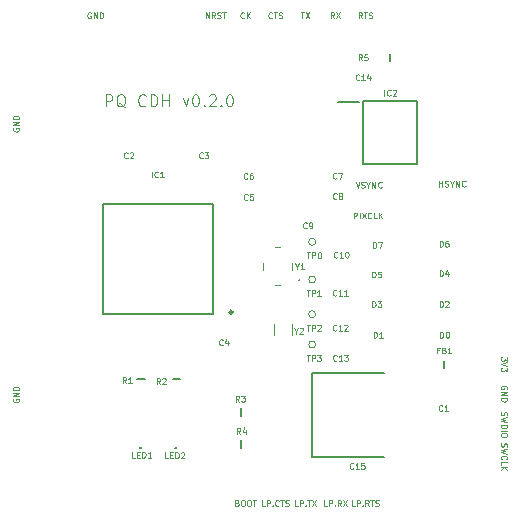
<source format=gbr>
%TF.GenerationSoftware,KiCad,Pcbnew,(6.0.5)*%
%TF.CreationDate,2022-06-16T15:32:05-04:00*%
%TF.ProjectId,pq-cdh,70712d63-6468-42e6-9b69-6361645f7063,V0.2.0*%
%TF.SameCoordinates,Original*%
%TF.FileFunction,Legend,Top*%
%TF.FilePolarity,Positive*%
%FSLAX46Y46*%
G04 Gerber Fmt 4.6, Leading zero omitted, Abs format (unit mm)*
G04 Created by KiCad (PCBNEW (6.0.5)) date 2022-06-16 15:32:05*
%MOMM*%
%LPD*%
G01*
G04 APERTURE LIST*
%ADD10C,0.100000*%
%ADD11C,0.117300*%
%ADD12C,0.125000*%
%ADD13C,0.200000*%
%ADD14C,0.050000*%
%ADD15C,0.250000*%
G04 APERTURE END LIST*
D10*
X153051428Y-128614285D02*
X153122857Y-128638095D01*
X153146666Y-128661904D01*
X153170476Y-128709523D01*
X153170476Y-128780952D01*
X153146666Y-128828571D01*
X153122857Y-128852380D01*
X153075238Y-128876190D01*
X152884761Y-128876190D01*
X152884761Y-128376190D01*
X153051428Y-128376190D01*
X153099047Y-128400000D01*
X153122857Y-128423809D01*
X153146666Y-128471428D01*
X153146666Y-128519047D01*
X153122857Y-128566666D01*
X153099047Y-128590476D01*
X153051428Y-128614285D01*
X152884761Y-128614285D01*
X153480000Y-128376190D02*
X153575238Y-128376190D01*
X153622857Y-128400000D01*
X153670476Y-128447619D01*
X153694285Y-128542857D01*
X153694285Y-128709523D01*
X153670476Y-128804761D01*
X153622857Y-128852380D01*
X153575238Y-128876190D01*
X153480000Y-128876190D01*
X153432380Y-128852380D01*
X153384761Y-128804761D01*
X153360952Y-128709523D01*
X153360952Y-128542857D01*
X153384761Y-128447619D01*
X153432380Y-128400000D01*
X153480000Y-128376190D01*
X154003809Y-128376190D02*
X154099047Y-128376190D01*
X154146666Y-128400000D01*
X154194285Y-128447619D01*
X154218095Y-128542857D01*
X154218095Y-128709523D01*
X154194285Y-128804761D01*
X154146666Y-128852380D01*
X154099047Y-128876190D01*
X154003809Y-128876190D01*
X153956190Y-128852380D01*
X153908571Y-128804761D01*
X153884761Y-128709523D01*
X153884761Y-128542857D01*
X153908571Y-128447619D01*
X153956190Y-128400000D01*
X154003809Y-128376190D01*
X154360952Y-128376190D02*
X154646666Y-128376190D01*
X154503809Y-128876190D02*
X154503809Y-128376190D01*
X162909523Y-104526190D02*
X162909523Y-104026190D01*
X163100000Y-104026190D01*
X163147619Y-104050000D01*
X163171428Y-104073809D01*
X163195238Y-104121428D01*
X163195238Y-104192857D01*
X163171428Y-104240476D01*
X163147619Y-104264285D01*
X163100000Y-104288095D01*
X162909523Y-104288095D01*
X163409523Y-104526190D02*
X163409523Y-104026190D01*
X163600000Y-104026190D02*
X163933333Y-104526190D01*
X163933333Y-104026190D02*
X163600000Y-104526190D01*
X164409523Y-104478571D02*
X164385714Y-104502380D01*
X164314285Y-104526190D01*
X164266666Y-104526190D01*
X164195238Y-104502380D01*
X164147619Y-104454761D01*
X164123809Y-104407142D01*
X164100000Y-104311904D01*
X164100000Y-104240476D01*
X164123809Y-104145238D01*
X164147619Y-104097619D01*
X164195238Y-104050000D01*
X164266666Y-104026190D01*
X164314285Y-104026190D01*
X164385714Y-104050000D01*
X164409523Y-104073809D01*
X164861904Y-104526190D02*
X164623809Y-104526190D01*
X164623809Y-104026190D01*
X165028571Y-104526190D02*
X165028571Y-104026190D01*
X165314285Y-104526190D02*
X165100000Y-104240476D01*
X165314285Y-104026190D02*
X165028571Y-104311904D01*
X140649047Y-87100000D02*
X140601428Y-87076190D01*
X140530000Y-87076190D01*
X140458571Y-87100000D01*
X140410952Y-87147619D01*
X140387142Y-87195238D01*
X140363333Y-87290476D01*
X140363333Y-87361904D01*
X140387142Y-87457142D01*
X140410952Y-87504761D01*
X140458571Y-87552380D01*
X140530000Y-87576190D01*
X140577619Y-87576190D01*
X140649047Y-87552380D01*
X140672857Y-87528571D01*
X140672857Y-87361904D01*
X140577619Y-87361904D01*
X140887142Y-87576190D02*
X140887142Y-87076190D01*
X141172857Y-87576190D01*
X141172857Y-87076190D01*
X141410952Y-87576190D02*
X141410952Y-87076190D01*
X141530000Y-87076190D01*
X141601428Y-87100000D01*
X141649047Y-87147619D01*
X141672857Y-87195238D01*
X141696666Y-87290476D01*
X141696666Y-87361904D01*
X141672857Y-87457142D01*
X141649047Y-87504761D01*
X141601428Y-87552380D01*
X141530000Y-87576190D01*
X141410952Y-87576190D01*
X144390476Y-124776190D02*
X144152380Y-124776190D01*
X144152380Y-124276190D01*
X144557142Y-124514285D02*
X144723809Y-124514285D01*
X144795238Y-124776190D02*
X144557142Y-124776190D01*
X144557142Y-124276190D01*
X144795238Y-124276190D01*
X145009523Y-124776190D02*
X145009523Y-124276190D01*
X145128571Y-124276190D01*
X145200000Y-124300000D01*
X145247619Y-124347619D01*
X145271428Y-124395238D01*
X145295238Y-124490476D01*
X145295238Y-124561904D01*
X145271428Y-124657142D01*
X145247619Y-124704761D01*
X145200000Y-124752380D01*
X145128571Y-124776190D01*
X145009523Y-124776190D01*
X145771428Y-124776190D02*
X145485714Y-124776190D01*
X145628571Y-124776190D02*
X145628571Y-124276190D01*
X145580952Y-124347619D01*
X145533333Y-124395238D01*
X145485714Y-124419047D01*
D11*
X170230952Y-114626190D02*
X170230952Y-114126190D01*
X170350000Y-114126190D01*
X170421428Y-114150000D01*
X170469047Y-114197619D01*
X170492857Y-114245238D01*
X170516666Y-114340476D01*
X170516666Y-114411904D01*
X170492857Y-114507142D01*
X170469047Y-114554761D01*
X170421428Y-114602380D01*
X170350000Y-114626190D01*
X170230952Y-114626190D01*
X170826190Y-114126190D02*
X170873809Y-114126190D01*
X170921428Y-114150000D01*
X170945238Y-114173809D01*
X170969047Y-114221428D01*
X170992857Y-114316666D01*
X170992857Y-114435714D01*
X170969047Y-114530952D01*
X170945238Y-114578571D01*
X170921428Y-114602380D01*
X170873809Y-114626190D01*
X170826190Y-114626190D01*
X170778571Y-114602380D01*
X170754761Y-114578571D01*
X170730952Y-114530952D01*
X170707142Y-114435714D01*
X170707142Y-114316666D01*
X170730952Y-114221428D01*
X170754761Y-114173809D01*
X170778571Y-114150000D01*
X170826190Y-114126190D01*
D10*
X164590952Y-114626190D02*
X164590952Y-114126190D01*
X164710000Y-114126190D01*
X164781428Y-114150000D01*
X164829047Y-114197619D01*
X164852857Y-114245238D01*
X164876666Y-114340476D01*
X164876666Y-114411904D01*
X164852857Y-114507142D01*
X164829047Y-114554761D01*
X164781428Y-114602380D01*
X164710000Y-114626190D01*
X164590952Y-114626190D01*
X165352857Y-114626190D02*
X165067142Y-114626190D01*
X165210000Y-114626190D02*
X165210000Y-114126190D01*
X165162380Y-114197619D01*
X165114761Y-114245238D01*
X165067142Y-114269047D01*
X175883809Y-116270952D02*
X175883809Y-116580476D01*
X175693333Y-116413809D01*
X175693333Y-116485238D01*
X175669523Y-116532857D01*
X175645714Y-116556666D01*
X175598095Y-116580476D01*
X175479047Y-116580476D01*
X175431428Y-116556666D01*
X175407619Y-116532857D01*
X175383809Y-116485238D01*
X175383809Y-116342380D01*
X175407619Y-116294761D01*
X175431428Y-116270952D01*
X175883809Y-116723333D02*
X175383809Y-116890000D01*
X175883809Y-117056666D01*
X175883809Y-117175714D02*
X175883809Y-117485238D01*
X175693333Y-117318571D01*
X175693333Y-117390000D01*
X175669523Y-117437619D01*
X175645714Y-117461428D01*
X175598095Y-117485238D01*
X175479047Y-117485238D01*
X175431428Y-117461428D01*
X175407619Y-117437619D01*
X175383809Y-117390000D01*
X175383809Y-117247142D01*
X175407619Y-117199523D01*
X175431428Y-117175714D01*
X162878571Y-125678571D02*
X162854761Y-125702380D01*
X162783333Y-125726190D01*
X162735714Y-125726190D01*
X162664285Y-125702380D01*
X162616666Y-125654761D01*
X162592857Y-125607142D01*
X162569047Y-125511904D01*
X162569047Y-125440476D01*
X162592857Y-125345238D01*
X162616666Y-125297619D01*
X162664285Y-125250000D01*
X162735714Y-125226190D01*
X162783333Y-125226190D01*
X162854761Y-125250000D01*
X162878571Y-125273809D01*
X163354761Y-125726190D02*
X163069047Y-125726190D01*
X163211904Y-125726190D02*
X163211904Y-125226190D01*
X163164285Y-125297619D01*
X163116666Y-125345238D01*
X163069047Y-125369047D01*
X163807142Y-125226190D02*
X163569047Y-125226190D01*
X163545238Y-125464285D01*
X163569047Y-125440476D01*
X163616666Y-125416666D01*
X163735714Y-125416666D01*
X163783333Y-125440476D01*
X163807142Y-125464285D01*
X163830952Y-125511904D01*
X163830952Y-125630952D01*
X163807142Y-125678571D01*
X163783333Y-125702380D01*
X163735714Y-125726190D01*
X163616666Y-125726190D01*
X163569047Y-125702380D01*
X163545238Y-125678571D01*
X158021904Y-114043095D02*
X158021904Y-114281190D01*
X157855238Y-113781190D02*
X158021904Y-114043095D01*
X158188571Y-113781190D01*
X158331428Y-113828809D02*
X158355238Y-113805000D01*
X158402857Y-113781190D01*
X158521904Y-113781190D01*
X158569523Y-113805000D01*
X158593333Y-113828809D01*
X158617142Y-113876428D01*
X158617142Y-113924047D01*
X158593333Y-113995476D01*
X158307619Y-114281190D01*
X158617142Y-114281190D01*
X163616666Y-91126190D02*
X163450000Y-90888095D01*
X163330952Y-91126190D02*
X163330952Y-90626190D01*
X163521428Y-90626190D01*
X163569047Y-90650000D01*
X163592857Y-90673809D01*
X163616666Y-90721428D01*
X163616666Y-90792857D01*
X163592857Y-90840476D01*
X163569047Y-90864285D01*
X163521428Y-90888095D01*
X163330952Y-90888095D01*
X164069047Y-90626190D02*
X163830952Y-90626190D01*
X163807142Y-90864285D01*
X163830952Y-90840476D01*
X163878571Y-90816666D01*
X163997619Y-90816666D01*
X164045238Y-90840476D01*
X164069047Y-90864285D01*
X164092857Y-90911904D01*
X164092857Y-91030952D01*
X164069047Y-91078571D01*
X164045238Y-91102380D01*
X163997619Y-91126190D01*
X163878571Y-91126190D01*
X163830952Y-91102380D01*
X163807142Y-91078571D01*
X158167142Y-128876190D02*
X157929047Y-128876190D01*
X157929047Y-128376190D01*
X158333809Y-128876190D02*
X158333809Y-128376190D01*
X158524285Y-128376190D01*
X158571904Y-128400000D01*
X158595714Y-128423809D01*
X158619523Y-128471428D01*
X158619523Y-128542857D01*
X158595714Y-128590476D01*
X158571904Y-128614285D01*
X158524285Y-128638095D01*
X158333809Y-128638095D01*
X158833809Y-128828571D02*
X158857619Y-128852380D01*
X158833809Y-128876190D01*
X158810000Y-128852380D01*
X158833809Y-128828571D01*
X158833809Y-128876190D01*
X159000476Y-128376190D02*
X159286190Y-128376190D01*
X159143333Y-128876190D02*
X159143333Y-128376190D01*
X159405238Y-128376190D02*
X159738571Y-128876190D01*
X159738571Y-128376190D02*
X159405238Y-128876190D01*
X134090000Y-119820952D02*
X134066190Y-119868571D01*
X134066190Y-119940000D01*
X134090000Y-120011428D01*
X134137619Y-120059047D01*
X134185238Y-120082857D01*
X134280476Y-120106666D01*
X134351904Y-120106666D01*
X134447142Y-120082857D01*
X134494761Y-120059047D01*
X134542380Y-120011428D01*
X134566190Y-119940000D01*
X134566190Y-119892380D01*
X134542380Y-119820952D01*
X134518571Y-119797142D01*
X134351904Y-119797142D01*
X134351904Y-119892380D01*
X134566190Y-119582857D02*
X134066190Y-119582857D01*
X134566190Y-119297142D01*
X134066190Y-119297142D01*
X134566190Y-119059047D02*
X134066190Y-119059047D01*
X134066190Y-118940000D01*
X134090000Y-118868571D01*
X134137619Y-118820952D01*
X134185238Y-118797142D01*
X134280476Y-118773333D01*
X134351904Y-118773333D01*
X134447142Y-118797142D01*
X134494761Y-118820952D01*
X134542380Y-118868571D01*
X134566190Y-118940000D01*
X134566190Y-119059047D01*
X163616190Y-87576190D02*
X163449523Y-87338095D01*
X163330476Y-87576190D02*
X163330476Y-87076190D01*
X163520952Y-87076190D01*
X163568571Y-87100000D01*
X163592380Y-87123809D01*
X163616190Y-87171428D01*
X163616190Y-87242857D01*
X163592380Y-87290476D01*
X163568571Y-87314285D01*
X163520952Y-87338095D01*
X163330476Y-87338095D01*
X163759047Y-87076190D02*
X164044761Y-87076190D01*
X163901904Y-87576190D02*
X163901904Y-87076190D01*
X164187619Y-87552380D02*
X164259047Y-87576190D01*
X164378095Y-87576190D01*
X164425714Y-87552380D01*
X164449523Y-87528571D01*
X164473333Y-87480952D01*
X164473333Y-87433333D01*
X164449523Y-87385714D01*
X164425714Y-87361904D01*
X164378095Y-87338095D01*
X164282857Y-87314285D01*
X164235238Y-87290476D01*
X164211428Y-87266666D01*
X164187619Y-87219047D01*
X164187619Y-87171428D01*
X164211428Y-87123809D01*
X164235238Y-87100000D01*
X164282857Y-87076190D01*
X164401904Y-87076190D01*
X164473333Y-87100000D01*
X160647619Y-128876190D02*
X160409523Y-128876190D01*
X160409523Y-128376190D01*
X160814285Y-128876190D02*
X160814285Y-128376190D01*
X161004761Y-128376190D01*
X161052380Y-128400000D01*
X161076190Y-128423809D01*
X161100000Y-128471428D01*
X161100000Y-128542857D01*
X161076190Y-128590476D01*
X161052380Y-128614285D01*
X161004761Y-128638095D01*
X160814285Y-128638095D01*
X161314285Y-128828571D02*
X161338095Y-128852380D01*
X161314285Y-128876190D01*
X161290476Y-128852380D01*
X161314285Y-128828571D01*
X161314285Y-128876190D01*
X161838095Y-128876190D02*
X161671428Y-128638095D01*
X161552380Y-128876190D02*
X161552380Y-128376190D01*
X161742857Y-128376190D01*
X161790476Y-128400000D01*
X161814285Y-128423809D01*
X161838095Y-128471428D01*
X161838095Y-128542857D01*
X161814285Y-128590476D01*
X161790476Y-128614285D01*
X161742857Y-128638095D01*
X161552380Y-128638095D01*
X162004761Y-128376190D02*
X162338095Y-128876190D01*
X162338095Y-128376190D02*
X162004761Y-128876190D01*
X170143333Y-115694285D02*
X169976666Y-115694285D01*
X169976666Y-115956190D02*
X169976666Y-115456190D01*
X170214761Y-115456190D01*
X170571904Y-115694285D02*
X170643333Y-115718095D01*
X170667142Y-115741904D01*
X170690952Y-115789523D01*
X170690952Y-115860952D01*
X170667142Y-115908571D01*
X170643333Y-115932380D01*
X170595714Y-115956190D01*
X170405238Y-115956190D01*
X170405238Y-115456190D01*
X170571904Y-115456190D01*
X170619523Y-115480000D01*
X170643333Y-115503809D01*
X170667142Y-115551428D01*
X170667142Y-115599047D01*
X170643333Y-115646666D01*
X170619523Y-115670476D01*
X170571904Y-115694285D01*
X170405238Y-115694285D01*
X171167142Y-115956190D02*
X170881428Y-115956190D01*
X171024285Y-115956190D02*
X171024285Y-115456190D01*
X170976666Y-115527619D01*
X170929047Y-115575238D01*
X170881428Y-115599047D01*
X170426666Y-120778571D02*
X170402857Y-120802380D01*
X170331428Y-120826190D01*
X170283809Y-120826190D01*
X170212380Y-120802380D01*
X170164761Y-120754761D01*
X170140952Y-120707142D01*
X170117142Y-120611904D01*
X170117142Y-120540476D01*
X170140952Y-120445238D01*
X170164761Y-120397619D01*
X170212380Y-120350000D01*
X170283809Y-120326190D01*
X170331428Y-120326190D01*
X170402857Y-120350000D01*
X170426666Y-120373809D01*
X170902857Y-120826190D02*
X170617142Y-120826190D01*
X170760000Y-120826190D02*
X170760000Y-120326190D01*
X170712380Y-120397619D01*
X170664761Y-120445238D01*
X170617142Y-120469047D01*
X153906666Y-101128571D02*
X153882857Y-101152380D01*
X153811428Y-101176190D01*
X153763809Y-101176190D01*
X153692380Y-101152380D01*
X153644761Y-101104761D01*
X153620952Y-101057142D01*
X153597142Y-100961904D01*
X153597142Y-100890476D01*
X153620952Y-100795238D01*
X153644761Y-100747619D01*
X153692380Y-100700000D01*
X153763809Y-100676190D01*
X153811428Y-100676190D01*
X153882857Y-100700000D01*
X153906666Y-100723809D01*
X154335238Y-100676190D02*
X154240000Y-100676190D01*
X154192380Y-100700000D01*
X154168571Y-100723809D01*
X154120952Y-100795238D01*
X154097142Y-100890476D01*
X154097142Y-101080952D01*
X154120952Y-101128571D01*
X154144761Y-101152380D01*
X154192380Y-101176190D01*
X154287619Y-101176190D01*
X154335238Y-101152380D01*
X154359047Y-101128571D01*
X154382857Y-101080952D01*
X154382857Y-100961904D01*
X154359047Y-100914285D01*
X154335238Y-100890476D01*
X154287619Y-100866666D01*
X154192380Y-100866666D01*
X154144761Y-100890476D01*
X154120952Y-100914285D01*
X154097142Y-100961904D01*
X155377142Y-128876190D02*
X155139047Y-128876190D01*
X155139047Y-128376190D01*
X155543809Y-128876190D02*
X155543809Y-128376190D01*
X155734285Y-128376190D01*
X155781904Y-128400000D01*
X155805714Y-128423809D01*
X155829523Y-128471428D01*
X155829523Y-128542857D01*
X155805714Y-128590476D01*
X155781904Y-128614285D01*
X155734285Y-128638095D01*
X155543809Y-128638095D01*
X156043809Y-128828571D02*
X156067619Y-128852380D01*
X156043809Y-128876190D01*
X156020000Y-128852380D01*
X156043809Y-128828571D01*
X156043809Y-128876190D01*
X156567619Y-128828571D02*
X156543809Y-128852380D01*
X156472380Y-128876190D01*
X156424761Y-128876190D01*
X156353333Y-128852380D01*
X156305714Y-128804761D01*
X156281904Y-128757142D01*
X156258095Y-128661904D01*
X156258095Y-128590476D01*
X156281904Y-128495238D01*
X156305714Y-128447619D01*
X156353333Y-128400000D01*
X156424761Y-128376190D01*
X156472380Y-128376190D01*
X156543809Y-128400000D01*
X156567619Y-128423809D01*
X156710476Y-128376190D02*
X156996190Y-128376190D01*
X156853333Y-128876190D02*
X156853333Y-128376190D01*
X157139047Y-128852380D02*
X157210476Y-128876190D01*
X157329523Y-128876190D01*
X157377142Y-128852380D01*
X157400952Y-128828571D01*
X157424761Y-128780952D01*
X157424761Y-128733333D01*
X157400952Y-128685714D01*
X157377142Y-128661904D01*
X157329523Y-128638095D01*
X157234285Y-128614285D01*
X157186666Y-128590476D01*
X157162857Y-128566666D01*
X157139047Y-128519047D01*
X157139047Y-128471428D01*
X157162857Y-128423809D01*
X157186666Y-128400000D01*
X157234285Y-128376190D01*
X157353333Y-128376190D01*
X157424761Y-128400000D01*
X146516666Y-118536190D02*
X146350000Y-118298095D01*
X146230952Y-118536190D02*
X146230952Y-118036190D01*
X146421428Y-118036190D01*
X146469047Y-118060000D01*
X146492857Y-118083809D01*
X146516666Y-118131428D01*
X146516666Y-118202857D01*
X146492857Y-118250476D01*
X146469047Y-118274285D01*
X146421428Y-118298095D01*
X146230952Y-118298095D01*
X146707142Y-118083809D02*
X146730952Y-118060000D01*
X146778571Y-118036190D01*
X146897619Y-118036190D01*
X146945238Y-118060000D01*
X146969047Y-118083809D01*
X146992857Y-118131428D01*
X146992857Y-118179047D01*
X146969047Y-118250476D01*
X146683333Y-118536190D01*
X146992857Y-118536190D01*
X162997142Y-128876190D02*
X162759047Y-128876190D01*
X162759047Y-128376190D01*
X163163809Y-128876190D02*
X163163809Y-128376190D01*
X163354285Y-128376190D01*
X163401904Y-128400000D01*
X163425714Y-128423809D01*
X163449523Y-128471428D01*
X163449523Y-128542857D01*
X163425714Y-128590476D01*
X163401904Y-128614285D01*
X163354285Y-128638095D01*
X163163809Y-128638095D01*
X163663809Y-128828571D02*
X163687619Y-128852380D01*
X163663809Y-128876190D01*
X163640000Y-128852380D01*
X163663809Y-128828571D01*
X163663809Y-128876190D01*
X164187619Y-128876190D02*
X164020952Y-128638095D01*
X163901904Y-128876190D02*
X163901904Y-128376190D01*
X164092380Y-128376190D01*
X164140000Y-128400000D01*
X164163809Y-128423809D01*
X164187619Y-128471428D01*
X164187619Y-128542857D01*
X164163809Y-128590476D01*
X164140000Y-128614285D01*
X164092380Y-128638095D01*
X163901904Y-128638095D01*
X164330476Y-128376190D02*
X164616190Y-128376190D01*
X164473333Y-128876190D02*
X164473333Y-128376190D01*
X164759047Y-128852380D02*
X164830476Y-128876190D01*
X164949523Y-128876190D01*
X164997142Y-128852380D01*
X165020952Y-128828571D01*
X165044761Y-128780952D01*
X165044761Y-128733333D01*
X165020952Y-128685714D01*
X164997142Y-128661904D01*
X164949523Y-128638095D01*
X164854285Y-128614285D01*
X164806666Y-128590476D01*
X164782857Y-128566666D01*
X164759047Y-128519047D01*
X164759047Y-128471428D01*
X164782857Y-128423809D01*
X164806666Y-128400000D01*
X164854285Y-128376190D01*
X164973333Y-128376190D01*
X165044761Y-128400000D01*
X153326666Y-122746190D02*
X153160000Y-122508095D01*
X153040952Y-122746190D02*
X153040952Y-122246190D01*
X153231428Y-122246190D01*
X153279047Y-122270000D01*
X153302857Y-122293809D01*
X153326666Y-122341428D01*
X153326666Y-122412857D01*
X153302857Y-122460476D01*
X153279047Y-122484285D01*
X153231428Y-122508095D01*
X153040952Y-122508095D01*
X153755238Y-122412857D02*
X153755238Y-122746190D01*
X153636190Y-122222380D02*
X153517142Y-122579523D01*
X153826666Y-122579523D01*
X143636666Y-118466190D02*
X143470000Y-118228095D01*
X143350952Y-118466190D02*
X143350952Y-117966190D01*
X143541428Y-117966190D01*
X143589047Y-117990000D01*
X143612857Y-118013809D01*
X143636666Y-118061428D01*
X143636666Y-118132857D01*
X143612857Y-118180476D01*
X143589047Y-118204285D01*
X143541428Y-118228095D01*
X143350952Y-118228095D01*
X144112857Y-118466190D02*
X143827142Y-118466190D01*
X143970000Y-118466190D02*
X143970000Y-117966190D01*
X143922380Y-118037619D01*
X143874761Y-118085238D01*
X143827142Y-118109047D01*
X153926666Y-102908571D02*
X153902857Y-102932380D01*
X153831428Y-102956190D01*
X153783809Y-102956190D01*
X153712380Y-102932380D01*
X153664761Y-102884761D01*
X153640952Y-102837142D01*
X153617142Y-102741904D01*
X153617142Y-102670476D01*
X153640952Y-102575238D01*
X153664761Y-102527619D01*
X153712380Y-102480000D01*
X153783809Y-102456190D01*
X153831428Y-102456190D01*
X153902857Y-102480000D01*
X153926666Y-102503809D01*
X154379047Y-102456190D02*
X154140952Y-102456190D01*
X154117142Y-102694285D01*
X154140952Y-102670476D01*
X154188571Y-102646666D01*
X154307619Y-102646666D01*
X154355238Y-102670476D01*
X154379047Y-102694285D01*
X154402857Y-102741904D01*
X154402857Y-102860952D01*
X154379047Y-102908571D01*
X154355238Y-102932380D01*
X154307619Y-102956190D01*
X154188571Y-102956190D01*
X154140952Y-102932380D01*
X154117142Y-102908571D01*
X158919047Y-110586190D02*
X159204761Y-110586190D01*
X159061904Y-111086190D02*
X159061904Y-110586190D01*
X159371428Y-111086190D02*
X159371428Y-110586190D01*
X159561904Y-110586190D01*
X159609523Y-110610000D01*
X159633333Y-110633809D01*
X159657142Y-110681428D01*
X159657142Y-110752857D01*
X159633333Y-110800476D01*
X159609523Y-110824285D01*
X159561904Y-110848095D01*
X159371428Y-110848095D01*
X160133333Y-111086190D02*
X159847619Y-111086190D01*
X159990476Y-111086190D02*
X159990476Y-110586190D01*
X159942857Y-110657619D01*
X159895238Y-110705238D01*
X159847619Y-110729047D01*
X170180952Y-109426190D02*
X170180952Y-108926190D01*
X170300000Y-108926190D01*
X170371428Y-108950000D01*
X170419047Y-108997619D01*
X170442857Y-109045238D01*
X170466666Y-109140476D01*
X170466666Y-109211904D01*
X170442857Y-109307142D01*
X170419047Y-109354761D01*
X170371428Y-109402380D01*
X170300000Y-109426190D01*
X170180952Y-109426190D01*
X170895238Y-109092857D02*
X170895238Y-109426190D01*
X170776190Y-108902380D02*
X170657142Y-109259523D01*
X170966666Y-109259523D01*
X164530952Y-107026190D02*
X164530952Y-106526190D01*
X164650000Y-106526190D01*
X164721428Y-106550000D01*
X164769047Y-106597619D01*
X164792857Y-106645238D01*
X164816666Y-106740476D01*
X164816666Y-106811904D01*
X164792857Y-106907142D01*
X164769047Y-106954761D01*
X164721428Y-107002380D01*
X164650000Y-107026190D01*
X164530952Y-107026190D01*
X164983333Y-106526190D02*
X165316666Y-106526190D01*
X165102380Y-107026190D01*
X145821904Y-101056190D02*
X145821904Y-100556190D01*
X146345714Y-101008571D02*
X146321904Y-101032380D01*
X146250476Y-101056190D01*
X146202857Y-101056190D01*
X146131428Y-101032380D01*
X146083809Y-100984761D01*
X146060000Y-100937142D01*
X146036190Y-100841904D01*
X146036190Y-100770476D01*
X146060000Y-100675238D01*
X146083809Y-100627619D01*
X146131428Y-100580000D01*
X146202857Y-100556190D01*
X146250476Y-100556190D01*
X146321904Y-100580000D01*
X146345714Y-100603809D01*
X146821904Y-101056190D02*
X146536190Y-101056190D01*
X146679047Y-101056190D02*
X146679047Y-100556190D01*
X146631428Y-100627619D01*
X146583809Y-100675238D01*
X146536190Y-100699047D01*
D12*
X141912857Y-95032380D02*
X141912857Y-94032380D01*
X142293809Y-94032380D01*
X142389047Y-94080000D01*
X142436666Y-94127619D01*
X142484285Y-94222857D01*
X142484285Y-94365714D01*
X142436666Y-94460952D01*
X142389047Y-94508571D01*
X142293809Y-94556190D01*
X141912857Y-94556190D01*
X143579523Y-95127619D02*
X143484285Y-95080000D01*
X143389047Y-94984761D01*
X143246190Y-94841904D01*
X143150952Y-94794285D01*
X143055714Y-94794285D01*
X143103333Y-95032380D02*
X143008095Y-94984761D01*
X142912857Y-94889523D01*
X142865238Y-94699047D01*
X142865238Y-94365714D01*
X142912857Y-94175238D01*
X143008095Y-94080000D01*
X143103333Y-94032380D01*
X143293809Y-94032380D01*
X143389047Y-94080000D01*
X143484285Y-94175238D01*
X143531904Y-94365714D01*
X143531904Y-94699047D01*
X143484285Y-94889523D01*
X143389047Y-94984761D01*
X143293809Y-95032380D01*
X143103333Y-95032380D01*
X145293809Y-94937142D02*
X145246190Y-94984761D01*
X145103333Y-95032380D01*
X145008095Y-95032380D01*
X144865238Y-94984761D01*
X144770000Y-94889523D01*
X144722380Y-94794285D01*
X144674761Y-94603809D01*
X144674761Y-94460952D01*
X144722380Y-94270476D01*
X144770000Y-94175238D01*
X144865238Y-94080000D01*
X145008095Y-94032380D01*
X145103333Y-94032380D01*
X145246190Y-94080000D01*
X145293809Y-94127619D01*
X145722380Y-95032380D02*
X145722380Y-94032380D01*
X145960476Y-94032380D01*
X146103333Y-94080000D01*
X146198571Y-94175238D01*
X146246190Y-94270476D01*
X146293809Y-94460952D01*
X146293809Y-94603809D01*
X146246190Y-94794285D01*
X146198571Y-94889523D01*
X146103333Y-94984761D01*
X145960476Y-95032380D01*
X145722380Y-95032380D01*
X146722380Y-95032380D02*
X146722380Y-94032380D01*
X146722380Y-94508571D02*
X147293809Y-94508571D01*
X147293809Y-95032380D02*
X147293809Y-94032380D01*
X148436666Y-94365714D02*
X148674761Y-95032380D01*
X148912857Y-94365714D01*
X149484285Y-94032380D02*
X149579523Y-94032380D01*
X149674761Y-94080000D01*
X149722380Y-94127619D01*
X149770000Y-94222857D01*
X149817619Y-94413333D01*
X149817619Y-94651428D01*
X149770000Y-94841904D01*
X149722380Y-94937142D01*
X149674761Y-94984761D01*
X149579523Y-95032380D01*
X149484285Y-95032380D01*
X149389047Y-94984761D01*
X149341428Y-94937142D01*
X149293809Y-94841904D01*
X149246190Y-94651428D01*
X149246190Y-94413333D01*
X149293809Y-94222857D01*
X149341428Y-94127619D01*
X149389047Y-94080000D01*
X149484285Y-94032380D01*
X150246190Y-94937142D02*
X150293809Y-94984761D01*
X150246190Y-95032380D01*
X150198571Y-94984761D01*
X150246190Y-94937142D01*
X150246190Y-95032380D01*
X150674761Y-94127619D02*
X150722380Y-94080000D01*
X150817619Y-94032380D01*
X151055714Y-94032380D01*
X151150952Y-94080000D01*
X151198571Y-94127619D01*
X151246190Y-94222857D01*
X151246190Y-94318095D01*
X151198571Y-94460952D01*
X150627142Y-95032380D01*
X151246190Y-95032380D01*
X151674761Y-94937142D02*
X151722380Y-94984761D01*
X151674761Y-95032380D01*
X151627142Y-94984761D01*
X151674761Y-94937142D01*
X151674761Y-95032380D01*
X152341428Y-94032380D02*
X152436666Y-94032380D01*
X152531904Y-94080000D01*
X152579523Y-94127619D01*
X152627142Y-94222857D01*
X152674761Y-94413333D01*
X152674761Y-94651428D01*
X152627142Y-94841904D01*
X152579523Y-94937142D01*
X152531904Y-94984761D01*
X152436666Y-95032380D01*
X152341428Y-95032380D01*
X152246190Y-94984761D01*
X152198571Y-94937142D01*
X152150952Y-94841904D01*
X152103333Y-94651428D01*
X152103333Y-94413333D01*
X152150952Y-94222857D01*
X152198571Y-94127619D01*
X152246190Y-94080000D01*
X152341428Y-94032380D01*
D10*
X170142857Y-101826190D02*
X170142857Y-101326190D01*
X170142857Y-101564285D02*
X170428571Y-101564285D01*
X170428571Y-101826190D02*
X170428571Y-101326190D01*
X170642857Y-101802380D02*
X170714285Y-101826190D01*
X170833333Y-101826190D01*
X170880952Y-101802380D01*
X170904761Y-101778571D01*
X170928571Y-101730952D01*
X170928571Y-101683333D01*
X170904761Y-101635714D01*
X170880952Y-101611904D01*
X170833333Y-101588095D01*
X170738095Y-101564285D01*
X170690476Y-101540476D01*
X170666666Y-101516666D01*
X170642857Y-101469047D01*
X170642857Y-101421428D01*
X170666666Y-101373809D01*
X170690476Y-101350000D01*
X170738095Y-101326190D01*
X170857142Y-101326190D01*
X170928571Y-101350000D01*
X171238095Y-101588095D02*
X171238095Y-101826190D01*
X171071428Y-101326190D02*
X171238095Y-101588095D01*
X171404761Y-101326190D01*
X171571428Y-101826190D02*
X171571428Y-101326190D01*
X171857142Y-101826190D01*
X171857142Y-101326190D01*
X172380952Y-101778571D02*
X172357142Y-101802380D01*
X172285714Y-101826190D01*
X172238095Y-101826190D01*
X172166666Y-101802380D01*
X172119047Y-101754761D01*
X172095238Y-101707142D01*
X172071428Y-101611904D01*
X172071428Y-101540476D01*
X172095238Y-101445238D01*
X172119047Y-101397619D01*
X172166666Y-101350000D01*
X172238095Y-101326190D01*
X172285714Y-101326190D01*
X172357142Y-101350000D01*
X172380952Y-101373809D01*
X153634761Y-87528571D02*
X153610952Y-87552380D01*
X153539523Y-87576190D01*
X153491904Y-87576190D01*
X153420476Y-87552380D01*
X153372857Y-87504761D01*
X153349047Y-87457142D01*
X153325238Y-87361904D01*
X153325238Y-87290476D01*
X153349047Y-87195238D01*
X153372857Y-87147619D01*
X153420476Y-87100000D01*
X153491904Y-87076190D01*
X153539523Y-87076190D01*
X153610952Y-87100000D01*
X153634761Y-87123809D01*
X153849047Y-87576190D02*
X153849047Y-87076190D01*
X154134761Y-87576190D02*
X153920476Y-87290476D01*
X154134761Y-87076190D02*
X153849047Y-87361904D01*
X164480952Y-109526190D02*
X164480952Y-109026190D01*
X164600000Y-109026190D01*
X164671428Y-109050000D01*
X164719047Y-109097619D01*
X164742857Y-109145238D01*
X164766666Y-109240476D01*
X164766666Y-109311904D01*
X164742857Y-109407142D01*
X164719047Y-109454761D01*
X164671428Y-109502380D01*
X164600000Y-109526190D01*
X164480952Y-109526190D01*
X165219047Y-109026190D02*
X164980952Y-109026190D01*
X164957142Y-109264285D01*
X164980952Y-109240476D01*
X165028571Y-109216666D01*
X165147619Y-109216666D01*
X165195238Y-109240476D01*
X165219047Y-109264285D01*
X165242857Y-109311904D01*
X165242857Y-109430952D01*
X165219047Y-109478571D01*
X165195238Y-109502380D01*
X165147619Y-109526190D01*
X165028571Y-109526190D01*
X164980952Y-109502380D01*
X164957142Y-109478571D01*
X150136666Y-99388571D02*
X150112857Y-99412380D01*
X150041428Y-99436190D01*
X149993809Y-99436190D01*
X149922380Y-99412380D01*
X149874761Y-99364761D01*
X149850952Y-99317142D01*
X149827142Y-99221904D01*
X149827142Y-99150476D01*
X149850952Y-99055238D01*
X149874761Y-99007619D01*
X149922380Y-98960000D01*
X149993809Y-98936190D01*
X150041428Y-98936190D01*
X150112857Y-98960000D01*
X150136666Y-98983809D01*
X150303333Y-98936190D02*
X150612857Y-98936190D01*
X150446190Y-99126666D01*
X150517619Y-99126666D01*
X150565238Y-99150476D01*
X150589047Y-99174285D01*
X150612857Y-99221904D01*
X150612857Y-99340952D01*
X150589047Y-99388571D01*
X150565238Y-99412380D01*
X150517619Y-99436190D01*
X150374761Y-99436190D01*
X150327142Y-99412380D01*
X150303333Y-99388571D01*
X150368571Y-87576190D02*
X150368571Y-87076190D01*
X150654285Y-87576190D01*
X150654285Y-87076190D01*
X151178095Y-87576190D02*
X151011428Y-87338095D01*
X150892380Y-87576190D02*
X150892380Y-87076190D01*
X151082857Y-87076190D01*
X151130476Y-87100000D01*
X151154285Y-87123809D01*
X151178095Y-87171428D01*
X151178095Y-87242857D01*
X151154285Y-87290476D01*
X151130476Y-87314285D01*
X151082857Y-87338095D01*
X150892380Y-87338095D01*
X151368571Y-87552380D02*
X151440000Y-87576190D01*
X151559047Y-87576190D01*
X151606666Y-87552380D01*
X151630476Y-87528571D01*
X151654285Y-87480952D01*
X151654285Y-87433333D01*
X151630476Y-87385714D01*
X151606666Y-87361904D01*
X151559047Y-87338095D01*
X151463809Y-87314285D01*
X151416190Y-87290476D01*
X151392380Y-87266666D01*
X151368571Y-87219047D01*
X151368571Y-87171428D01*
X151392380Y-87123809D01*
X151416190Y-87100000D01*
X151463809Y-87076190D01*
X151582857Y-87076190D01*
X151654285Y-87100000D01*
X151797142Y-87076190D02*
X152082857Y-87076190D01*
X151940000Y-87576190D02*
X151940000Y-87076190D01*
X165511904Y-94126190D02*
X165511904Y-93626190D01*
X166035714Y-94078571D02*
X166011904Y-94102380D01*
X165940476Y-94126190D01*
X165892857Y-94126190D01*
X165821428Y-94102380D01*
X165773809Y-94054761D01*
X165750000Y-94007142D01*
X165726190Y-93911904D01*
X165726190Y-93840476D01*
X165750000Y-93745238D01*
X165773809Y-93697619D01*
X165821428Y-93650000D01*
X165892857Y-93626190D01*
X165940476Y-93626190D01*
X166011904Y-93650000D01*
X166035714Y-93673809D01*
X166226190Y-93673809D02*
X166250000Y-93650000D01*
X166297619Y-93626190D01*
X166416666Y-93626190D01*
X166464285Y-93650000D01*
X166488095Y-93673809D01*
X166511904Y-93721428D01*
X166511904Y-93769047D01*
X166488095Y-93840476D01*
X166202380Y-94126190D01*
X166511904Y-94126190D01*
X161468571Y-116538571D02*
X161444761Y-116562380D01*
X161373333Y-116586190D01*
X161325714Y-116586190D01*
X161254285Y-116562380D01*
X161206666Y-116514761D01*
X161182857Y-116467142D01*
X161159047Y-116371904D01*
X161159047Y-116300476D01*
X161182857Y-116205238D01*
X161206666Y-116157619D01*
X161254285Y-116110000D01*
X161325714Y-116086190D01*
X161373333Y-116086190D01*
X161444761Y-116110000D01*
X161468571Y-116133809D01*
X161944761Y-116586190D02*
X161659047Y-116586190D01*
X161801904Y-116586190D02*
X161801904Y-116086190D01*
X161754285Y-116157619D01*
X161706666Y-116205238D01*
X161659047Y-116229047D01*
X162111428Y-116086190D02*
X162420952Y-116086190D01*
X162254285Y-116276666D01*
X162325714Y-116276666D01*
X162373333Y-116300476D01*
X162397142Y-116324285D01*
X162420952Y-116371904D01*
X162420952Y-116490952D01*
X162397142Y-116538571D01*
X162373333Y-116562380D01*
X162325714Y-116586190D01*
X162182857Y-116586190D01*
X162135238Y-116562380D01*
X162111428Y-116538571D01*
X158919047Y-113536190D02*
X159204761Y-113536190D01*
X159061904Y-114036190D02*
X159061904Y-113536190D01*
X159371428Y-114036190D02*
X159371428Y-113536190D01*
X159561904Y-113536190D01*
X159609523Y-113560000D01*
X159633333Y-113583809D01*
X159657142Y-113631428D01*
X159657142Y-113702857D01*
X159633333Y-113750476D01*
X159609523Y-113774285D01*
X159561904Y-113798095D01*
X159371428Y-113798095D01*
X159847619Y-113583809D02*
X159871428Y-113560000D01*
X159919047Y-113536190D01*
X160038095Y-113536190D01*
X160085714Y-113560000D01*
X160109523Y-113583809D01*
X160133333Y-113631428D01*
X160133333Y-113679047D01*
X160109523Y-113750476D01*
X159823809Y-114036190D01*
X160133333Y-114036190D01*
X161438571Y-111013571D02*
X161414761Y-111037380D01*
X161343333Y-111061190D01*
X161295714Y-111061190D01*
X161224285Y-111037380D01*
X161176666Y-110989761D01*
X161152857Y-110942142D01*
X161129047Y-110846904D01*
X161129047Y-110775476D01*
X161152857Y-110680238D01*
X161176666Y-110632619D01*
X161224285Y-110585000D01*
X161295714Y-110561190D01*
X161343333Y-110561190D01*
X161414761Y-110585000D01*
X161438571Y-110608809D01*
X161914761Y-111061190D02*
X161629047Y-111061190D01*
X161771904Y-111061190D02*
X161771904Y-110561190D01*
X161724285Y-110632619D01*
X161676666Y-110680238D01*
X161629047Y-110704047D01*
X162390952Y-111061190D02*
X162105238Y-111061190D01*
X162248095Y-111061190D02*
X162248095Y-110561190D01*
X162200476Y-110632619D01*
X162152857Y-110680238D01*
X162105238Y-110704047D01*
X158919047Y-116096190D02*
X159204761Y-116096190D01*
X159061904Y-116596190D02*
X159061904Y-116096190D01*
X159371428Y-116596190D02*
X159371428Y-116096190D01*
X159561904Y-116096190D01*
X159609523Y-116120000D01*
X159633333Y-116143809D01*
X159657142Y-116191428D01*
X159657142Y-116262857D01*
X159633333Y-116310476D01*
X159609523Y-116334285D01*
X159561904Y-116358095D01*
X159371428Y-116358095D01*
X159823809Y-116096190D02*
X160133333Y-116096190D01*
X159966666Y-116286666D01*
X160038095Y-116286666D01*
X160085714Y-116310476D01*
X160109523Y-116334285D01*
X160133333Y-116381904D01*
X160133333Y-116500952D01*
X160109523Y-116548571D01*
X160085714Y-116572380D01*
X160038095Y-116596190D01*
X159895238Y-116596190D01*
X159847619Y-116572380D01*
X159823809Y-116548571D01*
X170180952Y-112023690D02*
X170180952Y-111523690D01*
X170300000Y-111523690D01*
X170371428Y-111547500D01*
X170419047Y-111595119D01*
X170442857Y-111642738D01*
X170466666Y-111737976D01*
X170466666Y-111809404D01*
X170442857Y-111904642D01*
X170419047Y-111952261D01*
X170371428Y-111999880D01*
X170300000Y-112023690D01*
X170180952Y-112023690D01*
X170657142Y-111571309D02*
X170680952Y-111547500D01*
X170728571Y-111523690D01*
X170847619Y-111523690D01*
X170895238Y-111547500D01*
X170919047Y-111571309D01*
X170942857Y-111618928D01*
X170942857Y-111666547D01*
X170919047Y-111737976D01*
X170633333Y-112023690D01*
X170942857Y-112023690D01*
X155996190Y-87528571D02*
X155972380Y-87552380D01*
X155900952Y-87576190D01*
X155853333Y-87576190D01*
X155781904Y-87552380D01*
X155734285Y-87504761D01*
X155710476Y-87457142D01*
X155686666Y-87361904D01*
X155686666Y-87290476D01*
X155710476Y-87195238D01*
X155734285Y-87147619D01*
X155781904Y-87100000D01*
X155853333Y-87076190D01*
X155900952Y-87076190D01*
X155972380Y-87100000D01*
X155996190Y-87123809D01*
X156139047Y-87076190D02*
X156424761Y-87076190D01*
X156281904Y-87576190D02*
X156281904Y-87076190D01*
X156567619Y-87552380D02*
X156639047Y-87576190D01*
X156758095Y-87576190D01*
X156805714Y-87552380D01*
X156829523Y-87528571D01*
X156853333Y-87480952D01*
X156853333Y-87433333D01*
X156829523Y-87385714D01*
X156805714Y-87361904D01*
X156758095Y-87338095D01*
X156662857Y-87314285D01*
X156615238Y-87290476D01*
X156591428Y-87266666D01*
X156567619Y-87219047D01*
X156567619Y-87171428D01*
X156591428Y-87123809D01*
X156615238Y-87100000D01*
X156662857Y-87076190D01*
X156781904Y-87076190D01*
X156853333Y-87100000D01*
X158429047Y-87076190D02*
X158714761Y-87076190D01*
X158571904Y-87576190D02*
X158571904Y-87076190D01*
X158833809Y-87076190D02*
X159167142Y-87576190D01*
X159167142Y-87076190D02*
X158833809Y-87576190D01*
X175407619Y-120920476D02*
X175383809Y-120991904D01*
X175383809Y-121110952D01*
X175407619Y-121158571D01*
X175431428Y-121182380D01*
X175479047Y-121206190D01*
X175526666Y-121206190D01*
X175574285Y-121182380D01*
X175598095Y-121158571D01*
X175621904Y-121110952D01*
X175645714Y-121015714D01*
X175669523Y-120968095D01*
X175693333Y-120944285D01*
X175740952Y-120920476D01*
X175788571Y-120920476D01*
X175836190Y-120944285D01*
X175860000Y-120968095D01*
X175883809Y-121015714D01*
X175883809Y-121134761D01*
X175860000Y-121206190D01*
X175883809Y-121372857D02*
X175383809Y-121491904D01*
X175740952Y-121587142D01*
X175383809Y-121682380D01*
X175883809Y-121801428D01*
X175383809Y-121991904D02*
X175883809Y-121991904D01*
X175883809Y-122110952D01*
X175860000Y-122182380D01*
X175812380Y-122230000D01*
X175764761Y-122253809D01*
X175669523Y-122277619D01*
X175598095Y-122277619D01*
X175502857Y-122253809D01*
X175455238Y-122230000D01*
X175407619Y-122182380D01*
X175383809Y-122110952D01*
X175383809Y-121991904D01*
X175383809Y-122491904D02*
X175883809Y-122491904D01*
X175883809Y-122825238D02*
X175883809Y-122920476D01*
X175860000Y-122968095D01*
X175812380Y-123015714D01*
X175717142Y-123039523D01*
X175550476Y-123039523D01*
X175455238Y-123015714D01*
X175407619Y-122968095D01*
X175383809Y-122920476D01*
X175383809Y-122825238D01*
X175407619Y-122777619D01*
X175455238Y-122730000D01*
X175550476Y-122706190D01*
X175717142Y-122706190D01*
X175812380Y-122730000D01*
X175860000Y-122777619D01*
X175883809Y-122825238D01*
X175407619Y-123559047D02*
X175383809Y-123630476D01*
X175383809Y-123749523D01*
X175407619Y-123797142D01*
X175431428Y-123820952D01*
X175479047Y-123844761D01*
X175526666Y-123844761D01*
X175574285Y-123820952D01*
X175598095Y-123797142D01*
X175621904Y-123749523D01*
X175645714Y-123654285D01*
X175669523Y-123606666D01*
X175693333Y-123582857D01*
X175740952Y-123559047D01*
X175788571Y-123559047D01*
X175836190Y-123582857D01*
X175860000Y-123606666D01*
X175883809Y-123654285D01*
X175883809Y-123773333D01*
X175860000Y-123844761D01*
X175883809Y-124011428D02*
X175383809Y-124130476D01*
X175740952Y-124225714D01*
X175383809Y-124320952D01*
X175883809Y-124440000D01*
X175431428Y-124916190D02*
X175407619Y-124892380D01*
X175383809Y-124820952D01*
X175383809Y-124773333D01*
X175407619Y-124701904D01*
X175455238Y-124654285D01*
X175502857Y-124630476D01*
X175598095Y-124606666D01*
X175669523Y-124606666D01*
X175764761Y-124630476D01*
X175812380Y-124654285D01*
X175860000Y-124701904D01*
X175883809Y-124773333D01*
X175883809Y-124820952D01*
X175860000Y-124892380D01*
X175836190Y-124916190D01*
X175383809Y-125368571D02*
X175383809Y-125130476D01*
X175883809Y-125130476D01*
X175383809Y-125535238D02*
X175883809Y-125535238D01*
X175383809Y-125820952D02*
X175669523Y-125606666D01*
X175883809Y-125820952D02*
X175598095Y-125535238D01*
X170180952Y-106926190D02*
X170180952Y-106426190D01*
X170300000Y-106426190D01*
X170371428Y-106450000D01*
X170419047Y-106497619D01*
X170442857Y-106545238D01*
X170466666Y-106640476D01*
X170466666Y-106711904D01*
X170442857Y-106807142D01*
X170419047Y-106854761D01*
X170371428Y-106902380D01*
X170300000Y-106926190D01*
X170180952Y-106926190D01*
X170895238Y-106426190D02*
X170800000Y-106426190D01*
X170752380Y-106450000D01*
X170728571Y-106473809D01*
X170680952Y-106545238D01*
X170657142Y-106640476D01*
X170657142Y-106830952D01*
X170680952Y-106878571D01*
X170704761Y-106902380D01*
X170752380Y-106926190D01*
X170847619Y-106926190D01*
X170895238Y-106902380D01*
X170919047Y-106878571D01*
X170942857Y-106830952D01*
X170942857Y-106711904D01*
X170919047Y-106664285D01*
X170895238Y-106640476D01*
X170847619Y-106616666D01*
X170752380Y-106616666D01*
X170704761Y-106640476D01*
X170680952Y-106664285D01*
X170657142Y-106711904D01*
X161436666Y-101118571D02*
X161412857Y-101142380D01*
X161341428Y-101166190D01*
X161293809Y-101166190D01*
X161222380Y-101142380D01*
X161174761Y-101094761D01*
X161150952Y-101047142D01*
X161127142Y-100951904D01*
X161127142Y-100880476D01*
X161150952Y-100785238D01*
X161174761Y-100737619D01*
X161222380Y-100690000D01*
X161293809Y-100666190D01*
X161341428Y-100666190D01*
X161412857Y-100690000D01*
X161436666Y-100713809D01*
X161603333Y-100666190D02*
X161936666Y-100666190D01*
X161722380Y-101166190D01*
X175870000Y-118979047D02*
X175893809Y-118931428D01*
X175893809Y-118860000D01*
X175870000Y-118788571D01*
X175822380Y-118740952D01*
X175774761Y-118717142D01*
X175679523Y-118693333D01*
X175608095Y-118693333D01*
X175512857Y-118717142D01*
X175465238Y-118740952D01*
X175417619Y-118788571D01*
X175393809Y-118860000D01*
X175393809Y-118907619D01*
X175417619Y-118979047D01*
X175441428Y-119002857D01*
X175608095Y-119002857D01*
X175608095Y-118907619D01*
X175393809Y-119217142D02*
X175893809Y-119217142D01*
X175393809Y-119502857D01*
X175893809Y-119502857D01*
X175393809Y-119740952D02*
X175893809Y-119740952D01*
X175893809Y-119860000D01*
X175870000Y-119931428D01*
X175822380Y-119979047D01*
X175774761Y-120002857D01*
X175679523Y-120026666D01*
X175608095Y-120026666D01*
X175512857Y-120002857D01*
X175465238Y-119979047D01*
X175417619Y-119931428D01*
X175393809Y-119860000D01*
X175393809Y-119740952D01*
X134100000Y-96880952D02*
X134076190Y-96928571D01*
X134076190Y-97000000D01*
X134100000Y-97071428D01*
X134147619Y-97119047D01*
X134195238Y-97142857D01*
X134290476Y-97166666D01*
X134361904Y-97166666D01*
X134457142Y-97142857D01*
X134504761Y-97119047D01*
X134552380Y-97071428D01*
X134576190Y-97000000D01*
X134576190Y-96952380D01*
X134552380Y-96880952D01*
X134528571Y-96857142D01*
X134361904Y-96857142D01*
X134361904Y-96952380D01*
X134576190Y-96642857D02*
X134076190Y-96642857D01*
X134576190Y-96357142D01*
X134076190Y-96357142D01*
X134576190Y-96119047D02*
X134076190Y-96119047D01*
X134076190Y-96000000D01*
X134100000Y-95928571D01*
X134147619Y-95880952D01*
X134195238Y-95857142D01*
X134290476Y-95833333D01*
X134361904Y-95833333D01*
X134457142Y-95857142D01*
X134504761Y-95880952D01*
X134552380Y-95928571D01*
X134576190Y-96000000D01*
X134576190Y-96119047D01*
X161466666Y-102828571D02*
X161442857Y-102852380D01*
X161371428Y-102876190D01*
X161323809Y-102876190D01*
X161252380Y-102852380D01*
X161204761Y-102804761D01*
X161180952Y-102757142D01*
X161157142Y-102661904D01*
X161157142Y-102590476D01*
X161180952Y-102495238D01*
X161204761Y-102447619D01*
X161252380Y-102400000D01*
X161323809Y-102376190D01*
X161371428Y-102376190D01*
X161442857Y-102400000D01*
X161466666Y-102423809D01*
X161752380Y-102590476D02*
X161704761Y-102566666D01*
X161680952Y-102542857D01*
X161657142Y-102495238D01*
X161657142Y-102471428D01*
X161680952Y-102423809D01*
X161704761Y-102400000D01*
X161752380Y-102376190D01*
X161847619Y-102376190D01*
X161895238Y-102400000D01*
X161919047Y-102423809D01*
X161942857Y-102471428D01*
X161942857Y-102495238D01*
X161919047Y-102542857D01*
X161895238Y-102566666D01*
X161847619Y-102590476D01*
X161752380Y-102590476D01*
X161704761Y-102614285D01*
X161680952Y-102638095D01*
X161657142Y-102685714D01*
X161657142Y-102780952D01*
X161680952Y-102828571D01*
X161704761Y-102852380D01*
X161752380Y-102876190D01*
X161847619Y-102876190D01*
X161895238Y-102852380D01*
X161919047Y-102828571D01*
X161942857Y-102780952D01*
X161942857Y-102685714D01*
X161919047Y-102638095D01*
X161895238Y-102614285D01*
X161847619Y-102590476D01*
X153226666Y-120026190D02*
X153060000Y-119788095D01*
X152940952Y-120026190D02*
X152940952Y-119526190D01*
X153131428Y-119526190D01*
X153179047Y-119550000D01*
X153202857Y-119573809D01*
X153226666Y-119621428D01*
X153226666Y-119692857D01*
X153202857Y-119740476D01*
X153179047Y-119764285D01*
X153131428Y-119788095D01*
X152940952Y-119788095D01*
X153393333Y-119526190D02*
X153702857Y-119526190D01*
X153536190Y-119716666D01*
X153607619Y-119716666D01*
X153655238Y-119740476D01*
X153679047Y-119764285D01*
X153702857Y-119811904D01*
X153702857Y-119930952D01*
X153679047Y-119978571D01*
X153655238Y-120002380D01*
X153607619Y-120026190D01*
X153464761Y-120026190D01*
X153417142Y-120002380D01*
X153393333Y-119978571D01*
X143766666Y-99388571D02*
X143742857Y-99412380D01*
X143671428Y-99436190D01*
X143623809Y-99436190D01*
X143552380Y-99412380D01*
X143504761Y-99364761D01*
X143480952Y-99317142D01*
X143457142Y-99221904D01*
X143457142Y-99150476D01*
X143480952Y-99055238D01*
X143504761Y-99007619D01*
X143552380Y-98960000D01*
X143623809Y-98936190D01*
X143671428Y-98936190D01*
X143742857Y-98960000D01*
X143766666Y-98983809D01*
X143957142Y-98983809D02*
X143980952Y-98960000D01*
X144028571Y-98936190D01*
X144147619Y-98936190D01*
X144195238Y-98960000D01*
X144219047Y-98983809D01*
X144242857Y-99031428D01*
X144242857Y-99079047D01*
X144219047Y-99150476D01*
X143933333Y-99436190D01*
X144242857Y-99436190D01*
X158939047Y-107386190D02*
X159224761Y-107386190D01*
X159081904Y-107886190D02*
X159081904Y-107386190D01*
X159391428Y-107886190D02*
X159391428Y-107386190D01*
X159581904Y-107386190D01*
X159629523Y-107410000D01*
X159653333Y-107433809D01*
X159677142Y-107481428D01*
X159677142Y-107552857D01*
X159653333Y-107600476D01*
X159629523Y-107624285D01*
X159581904Y-107648095D01*
X159391428Y-107648095D01*
X159986666Y-107386190D02*
X160034285Y-107386190D01*
X160081904Y-107410000D01*
X160105714Y-107433809D01*
X160129523Y-107481428D01*
X160153333Y-107576666D01*
X160153333Y-107695714D01*
X160129523Y-107790952D01*
X160105714Y-107838571D01*
X160081904Y-107862380D01*
X160034285Y-107886190D01*
X159986666Y-107886190D01*
X159939047Y-107862380D01*
X159915238Y-107838571D01*
X159891428Y-107790952D01*
X159867619Y-107695714D01*
X159867619Y-107576666D01*
X159891428Y-107481428D01*
X159915238Y-107433809D01*
X159939047Y-107410000D01*
X159986666Y-107386190D01*
X161528571Y-107793571D02*
X161504761Y-107817380D01*
X161433333Y-107841190D01*
X161385714Y-107841190D01*
X161314285Y-107817380D01*
X161266666Y-107769761D01*
X161242857Y-107722142D01*
X161219047Y-107626904D01*
X161219047Y-107555476D01*
X161242857Y-107460238D01*
X161266666Y-107412619D01*
X161314285Y-107365000D01*
X161385714Y-107341190D01*
X161433333Y-107341190D01*
X161504761Y-107365000D01*
X161528571Y-107388809D01*
X162004761Y-107841190D02*
X161719047Y-107841190D01*
X161861904Y-107841190D02*
X161861904Y-107341190D01*
X161814285Y-107412619D01*
X161766666Y-107460238D01*
X161719047Y-107484047D01*
X162314285Y-107341190D02*
X162361904Y-107341190D01*
X162409523Y-107365000D01*
X162433333Y-107388809D01*
X162457142Y-107436428D01*
X162480952Y-107531666D01*
X162480952Y-107650714D01*
X162457142Y-107745952D01*
X162433333Y-107793571D01*
X162409523Y-107817380D01*
X162361904Y-107841190D01*
X162314285Y-107841190D01*
X162266666Y-107817380D01*
X162242857Y-107793571D01*
X162219047Y-107745952D01*
X162195238Y-107650714D01*
X162195238Y-107531666D01*
X162219047Y-107436428D01*
X162242857Y-107388809D01*
X162266666Y-107365000D01*
X162314285Y-107341190D01*
X147200476Y-124836190D02*
X146962380Y-124836190D01*
X146962380Y-124336190D01*
X147367142Y-124574285D02*
X147533809Y-124574285D01*
X147605238Y-124836190D02*
X147367142Y-124836190D01*
X147367142Y-124336190D01*
X147605238Y-124336190D01*
X147819523Y-124836190D02*
X147819523Y-124336190D01*
X147938571Y-124336190D01*
X148010000Y-124360000D01*
X148057619Y-124407619D01*
X148081428Y-124455238D01*
X148105238Y-124550476D01*
X148105238Y-124621904D01*
X148081428Y-124717142D01*
X148057619Y-124764761D01*
X148010000Y-124812380D01*
X147938571Y-124836190D01*
X147819523Y-124836190D01*
X148295714Y-124383809D02*
X148319523Y-124360000D01*
X148367142Y-124336190D01*
X148486190Y-124336190D01*
X148533809Y-124360000D01*
X148557619Y-124383809D01*
X148581428Y-124431428D01*
X148581428Y-124479047D01*
X148557619Y-124550476D01*
X148271904Y-124836190D01*
X148581428Y-124836190D01*
X164480952Y-112026190D02*
X164480952Y-111526190D01*
X164600000Y-111526190D01*
X164671428Y-111550000D01*
X164719047Y-111597619D01*
X164742857Y-111645238D01*
X164766666Y-111740476D01*
X164766666Y-111811904D01*
X164742857Y-111907142D01*
X164719047Y-111954761D01*
X164671428Y-112002380D01*
X164600000Y-112026190D01*
X164480952Y-112026190D01*
X164933333Y-111526190D02*
X165242857Y-111526190D01*
X165076190Y-111716666D01*
X165147619Y-111716666D01*
X165195238Y-111740476D01*
X165219047Y-111764285D01*
X165242857Y-111811904D01*
X165242857Y-111930952D01*
X165219047Y-111978571D01*
X165195238Y-112002380D01*
X165147619Y-112026190D01*
X165004761Y-112026190D01*
X164957142Y-112002380D01*
X164933333Y-111978571D01*
X163378571Y-92778571D02*
X163354761Y-92802380D01*
X163283333Y-92826190D01*
X163235714Y-92826190D01*
X163164285Y-92802380D01*
X163116666Y-92754761D01*
X163092857Y-92707142D01*
X163069047Y-92611904D01*
X163069047Y-92540476D01*
X163092857Y-92445238D01*
X163116666Y-92397619D01*
X163164285Y-92350000D01*
X163235714Y-92326190D01*
X163283333Y-92326190D01*
X163354761Y-92350000D01*
X163378571Y-92373809D01*
X163854761Y-92826190D02*
X163569047Y-92826190D01*
X163711904Y-92826190D02*
X163711904Y-92326190D01*
X163664285Y-92397619D01*
X163616666Y-92445238D01*
X163569047Y-92469047D01*
X164283333Y-92492857D02*
X164283333Y-92826190D01*
X164164285Y-92302380D02*
X164045238Y-92659523D01*
X164354761Y-92659523D01*
X151816666Y-115218571D02*
X151792857Y-115242380D01*
X151721428Y-115266190D01*
X151673809Y-115266190D01*
X151602380Y-115242380D01*
X151554761Y-115194761D01*
X151530952Y-115147142D01*
X151507142Y-115051904D01*
X151507142Y-114980476D01*
X151530952Y-114885238D01*
X151554761Y-114837619D01*
X151602380Y-114790000D01*
X151673809Y-114766190D01*
X151721428Y-114766190D01*
X151792857Y-114790000D01*
X151816666Y-114813809D01*
X152245238Y-114932857D02*
X152245238Y-115266190D01*
X152126190Y-114742380D02*
X152007142Y-115099523D01*
X152316666Y-115099523D01*
X163069047Y-101426190D02*
X163235714Y-101926190D01*
X163402380Y-101426190D01*
X163545238Y-101902380D02*
X163616666Y-101926190D01*
X163735714Y-101926190D01*
X163783333Y-101902380D01*
X163807142Y-101878571D01*
X163830952Y-101830952D01*
X163830952Y-101783333D01*
X163807142Y-101735714D01*
X163783333Y-101711904D01*
X163735714Y-101688095D01*
X163640476Y-101664285D01*
X163592857Y-101640476D01*
X163569047Y-101616666D01*
X163545238Y-101569047D01*
X163545238Y-101521428D01*
X163569047Y-101473809D01*
X163592857Y-101450000D01*
X163640476Y-101426190D01*
X163759523Y-101426190D01*
X163830952Y-101450000D01*
X164140476Y-101688095D02*
X164140476Y-101926190D01*
X163973809Y-101426190D02*
X164140476Y-101688095D01*
X164307142Y-101426190D01*
X164473809Y-101926190D02*
X164473809Y-101426190D01*
X164759523Y-101926190D01*
X164759523Y-101426190D01*
X165283333Y-101878571D02*
X165259523Y-101902380D01*
X165188095Y-101926190D01*
X165140476Y-101926190D01*
X165069047Y-101902380D01*
X165021428Y-101854761D01*
X164997619Y-101807142D01*
X164973809Y-101711904D01*
X164973809Y-101640476D01*
X164997619Y-101545238D01*
X165021428Y-101497619D01*
X165069047Y-101450000D01*
X165140476Y-101426190D01*
X165188095Y-101426190D01*
X165259523Y-101450000D01*
X165283333Y-101473809D01*
X158111904Y-108598095D02*
X158111904Y-108836190D01*
X157945238Y-108336190D02*
X158111904Y-108598095D01*
X158278571Y-108336190D01*
X158707142Y-108836190D02*
X158421428Y-108836190D01*
X158564285Y-108836190D02*
X158564285Y-108336190D01*
X158516666Y-108407619D01*
X158469047Y-108455238D01*
X158421428Y-108479047D01*
X161438571Y-113983571D02*
X161414761Y-114007380D01*
X161343333Y-114031190D01*
X161295714Y-114031190D01*
X161224285Y-114007380D01*
X161176666Y-113959761D01*
X161152857Y-113912142D01*
X161129047Y-113816904D01*
X161129047Y-113745476D01*
X161152857Y-113650238D01*
X161176666Y-113602619D01*
X161224285Y-113555000D01*
X161295714Y-113531190D01*
X161343333Y-113531190D01*
X161414761Y-113555000D01*
X161438571Y-113578809D01*
X161914761Y-114031190D02*
X161629047Y-114031190D01*
X161771904Y-114031190D02*
X161771904Y-113531190D01*
X161724285Y-113602619D01*
X161676666Y-113650238D01*
X161629047Y-113674047D01*
X162105238Y-113578809D02*
X162129047Y-113555000D01*
X162176666Y-113531190D01*
X162295714Y-113531190D01*
X162343333Y-113555000D01*
X162367142Y-113578809D01*
X162390952Y-113626428D01*
X162390952Y-113674047D01*
X162367142Y-113745476D01*
X162081428Y-114031190D01*
X162390952Y-114031190D01*
X161266666Y-87576190D02*
X161100000Y-87338095D01*
X160980952Y-87576190D02*
X160980952Y-87076190D01*
X161171428Y-87076190D01*
X161219047Y-87100000D01*
X161242857Y-87123809D01*
X161266666Y-87171428D01*
X161266666Y-87242857D01*
X161242857Y-87290476D01*
X161219047Y-87314285D01*
X161171428Y-87338095D01*
X160980952Y-87338095D01*
X161433333Y-87076190D02*
X161766666Y-87576190D01*
X161766666Y-87076190D02*
X161433333Y-87576190D01*
X158936666Y-105318571D02*
X158912857Y-105342380D01*
X158841428Y-105366190D01*
X158793809Y-105366190D01*
X158722380Y-105342380D01*
X158674761Y-105294761D01*
X158650952Y-105247142D01*
X158627142Y-105151904D01*
X158627142Y-105080476D01*
X158650952Y-104985238D01*
X158674761Y-104937619D01*
X158722380Y-104890000D01*
X158793809Y-104866190D01*
X158841428Y-104866190D01*
X158912857Y-104890000D01*
X158936666Y-104913809D01*
X159174761Y-105366190D02*
X159270000Y-105366190D01*
X159317619Y-105342380D01*
X159341428Y-105318571D01*
X159389047Y-105247142D01*
X159412857Y-105151904D01*
X159412857Y-104961428D01*
X159389047Y-104913809D01*
X159365238Y-104890000D01*
X159317619Y-104866190D01*
X159222380Y-104866190D01*
X159174761Y-104890000D01*
X159150952Y-104913809D01*
X159127142Y-104961428D01*
X159127142Y-105080476D01*
X159150952Y-105128095D01*
X159174761Y-105151904D01*
X159222380Y-105175714D01*
X159317619Y-105175714D01*
X159365238Y-105151904D01*
X159389047Y-105128095D01*
X159412857Y-105080476D01*
D13*
%TO.C,R5*%
X166000000Y-91225000D02*
X166000000Y-90575000D01*
%TO.C,FB1*%
X170560000Y-117190000D02*
X170560000Y-116590000D01*
D14*
%TO.C,TP*%
X159700000Y-112640000D02*
G75*
G03*
X159700000Y-112640000I-300000J0D01*
G01*
D13*
%TO.C,IC1*%
X150960000Y-112610000D02*
X141660000Y-112610000D01*
X150960000Y-103310000D02*
X150960000Y-112610000D01*
X141660000Y-112610000D02*
X141660000Y-103310000D01*
X141660000Y-103310000D02*
X150960000Y-103310000D01*
D15*
X152660000Y-112460000D02*
G75*
G03*
X152660000Y-112460000I-125000J0D01*
G01*
D13*
%TO.C,R2*%
X148235000Y-118160000D02*
X147585000Y-118160000D01*
D10*
%TO.C,Y2*%
X156170000Y-114435000D02*
X156170000Y-113435000D01*
X157670000Y-114435000D02*
X157670000Y-113435000D01*
D14*
%TO.C,TP*%
X159700000Y-109700000D02*
G75*
G03*
X159700000Y-109700000I-300000J0D01*
G01*
X159700000Y-106500000D02*
G75*
G03*
X159700000Y-106500000I-300000J0D01*
G01*
X159700000Y-115200000D02*
G75*
G03*
X159700000Y-115200000I-300000J0D01*
G01*
D13*
%TO.C,LED1*%
X144820000Y-123930000D02*
X144820000Y-123930000D01*
X144920000Y-123930000D02*
X144920000Y-123930000D01*
X144920000Y-123930000D02*
X144920000Y-123930000D01*
X144920000Y-123930000D02*
G75*
G03*
X144820000Y-123930000I-50000J0D01*
G01*
X144920000Y-123930000D02*
G75*
G03*
X144820000Y-123930000I-50000J0D01*
G01*
X144820000Y-123930000D02*
G75*
G03*
X144920000Y-123930000I50000J0D01*
G01*
%TO.C,R3*%
X153350000Y-121245000D02*
X153350000Y-120595000D01*
%TO.C,IC2*%
X168298500Y-94625000D02*
X168298500Y-99905000D01*
X168298500Y-99905000D02*
X163718500Y-99905000D01*
X163718500Y-94625000D02*
X168298500Y-94625000D01*
X161583500Y-94685000D02*
X163368500Y-94685000D01*
X163718500Y-99905000D02*
X163718500Y-94625000D01*
D10*
%TO.C,Y1*%
X156260000Y-106970000D02*
X156660000Y-106970000D01*
X155210000Y-108870000D02*
X155210000Y-108270000D01*
X158260000Y-109670000D02*
X158260000Y-109670000D01*
X158260000Y-109770000D02*
X158260000Y-109770000D01*
X156260000Y-110170000D02*
X156660000Y-110170000D01*
X157710000Y-108870000D02*
X157710000Y-108270000D01*
X158260000Y-109670000D02*
G75*
G03*
X158260000Y-109770000I0J-50000D01*
G01*
X158260000Y-109770000D02*
G75*
G03*
X158260000Y-109670000I0J50000D01*
G01*
D13*
%TO.C,R1*%
X145235000Y-118160000D02*
X144585000Y-118160000D01*
%TO.C,R4*%
X153350000Y-123285000D02*
X153350000Y-123935000D01*
%TO.C,LED2*%
X147910000Y-123950000D02*
X147910000Y-123950000D01*
X147910000Y-123950000D02*
X147910000Y-123950000D01*
X147810000Y-123950000D02*
X147810000Y-123950000D01*
X147910000Y-123950000D02*
G75*
G03*
X147810000Y-123950000I-50000J0D01*
G01*
X147910000Y-123950000D02*
G75*
G03*
X147810000Y-123950000I-50000J0D01*
G01*
X147810000Y-123950000D02*
G75*
G03*
X147910000Y-123950000I50000J0D01*
G01*
%TO.C,C15*%
X159400000Y-124750000D02*
X165500000Y-124750000D01*
X165500000Y-117650000D02*
X159400000Y-117650000D01*
X159400000Y-117650000D02*
X159400000Y-124750000D01*
%TD*%
M02*

</source>
